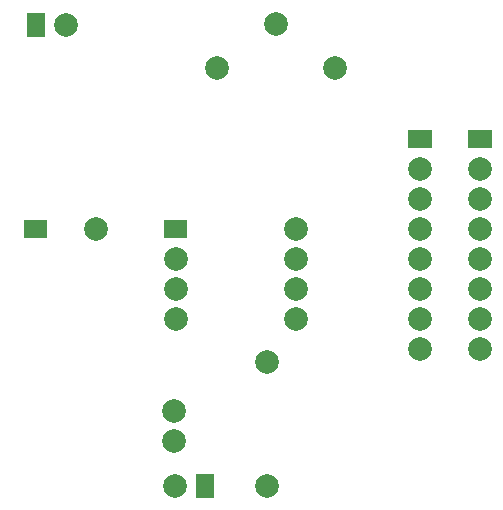
<source format=gtl>
G04 Layer: TopLayer*
G04 EasyEDA v6.4.7, 2020-12-07T19:31:32+01:00*
G04 02f0051ec37e44d6b2a2dac138836381,6c12292d01d74c0c9c6e030c211cd8ae,10*
G04 Gerber Generator version 0.2*
G04 Scale: 100 percent, Rotated: No, Reflected: No *
G04 Dimensions in millimeters *
G04 leading zeros omitted , absolute positions ,3 integer and 3 decimal *
%FSLAX33Y33*%
%MOMM*%
G90*
D02*

%ADD11C,0.899998*%
%ADD12C,1.999996*%
%ADD14R,1.999996X1.574800*%
%ADD15R,1.599997X1.999996*%
%ADD16R,1.574800X1.999996*%

%LPD*%
G54D11*
G01X20828Y22352D02*
G01X20988Y22352D01*
G54D12*
G01X28702Y8212D03*
G01X28702Y18711D03*
G01X34463Y43616D03*
G01X24464Y43616D03*
G01X29464Y47315D03*
G36*
G01X8144Y30734D02*
G01X10143Y30734D01*
G01X10143Y29210D01*
G01X8144Y29210D01*
G01X8144Y30734D01*
G37*
G01X14224Y29972D03*
G36*
G01X19988Y30734D02*
G01X21988Y30734D01*
G01X21988Y29210D01*
G01X19988Y29210D01*
G01X19988Y30734D01*
G37*
G01X20988Y27432D03*
G01X20988Y24892D03*
G01X20988Y22352D03*
G01X31148Y22352D03*
G01X31148Y24892D03*
G01X31148Y27432D03*
G01X31148Y29972D03*
G54D14*
G01X46736Y37592D03*
G54D12*
G01X46736Y35052D03*
G01X46736Y32512D03*
G01X46736Y29972D03*
G01X46736Y27432D03*
G01X46736Y24892D03*
G01X46736Y22352D03*
G01X46736Y19812D03*
G54D14*
G01X41656Y37592D03*
G54D12*
G01X41656Y35052D03*
G01X41656Y32512D03*
G01X41656Y29972D03*
G01X41656Y27432D03*
G01X41656Y24892D03*
G01X41656Y22352D03*
G01X41656Y19812D03*
G01X20828Y14605D03*
G01X20828Y12065D03*
G54D15*
G01X23495Y8255D03*
G54D12*
G01X20955Y8255D03*
G54D16*
G01X9144Y47244D03*
G54D12*
G01X11684Y47244D03*
M00*
M02*

</source>
